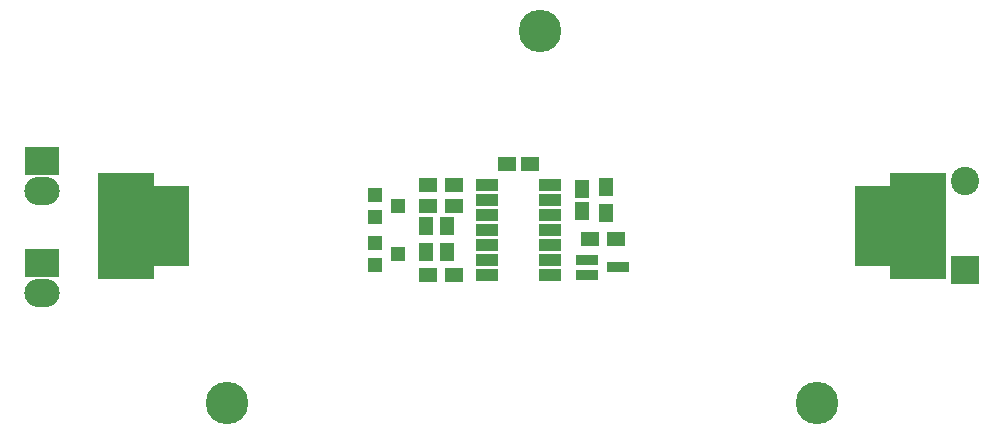
<source format=gts>
G04 #@! TF.FileFunction,Soldermask,Top*
%FSLAX46Y46*%
G04 Gerber Fmt 4.6, Leading zero omitted, Abs format (unit mm)*
G04 Created by KiCad (PCBNEW 4.0.7-e2-6376~58~ubuntu16.04.1) date Tue Sep 12 22:43:55 2017*
%MOMM*%
%LPD*%
G01*
G04 APERTURE LIST*
%ADD10C,0.100000*%
%ADD11R,7.740600X6.750000*%
%ADD12R,4.718000X9.036000*%
%ADD13C,0.908000*%
%ADD14R,2.400000X2.400000*%
%ADD15C,2.400000*%
%ADD16R,1.600000X1.150000*%
%ADD17R,1.150000X1.600000*%
%ADD18R,1.600000X1.300000*%
%ADD19R,1.900000X1.000000*%
%ADD20R,1.300000X1.600000*%
%ADD21R,1.900000X0.850000*%
%ADD22R,1.300000X1.200000*%
%ADD23R,3.000000X2.400000*%
%ADD24O,3.000000X2.400000*%
%ADD25C,3.600000*%
G04 APERTURE END LIST*
D10*
D11*
X173000000Y-94000000D03*
D12*
X174524000Y-94000000D03*
D13*
X173000000Y-94000000D03*
D11*
X109000000Y-94000000D03*
D12*
X107476000Y-94000000D03*
D13*
X109000000Y-94000000D03*
D14*
X178500000Y-97750000D03*
D15*
X178500000Y-90150000D03*
D16*
X141654000Y-88732000D03*
X139754000Y-88732000D03*
D17*
X146038000Y-90830000D03*
X146038000Y-92730000D03*
D18*
X146716000Y-95082000D03*
X148916000Y-95082000D03*
D19*
X138004000Y-90510000D03*
X138004000Y-91780000D03*
X138004000Y-93050000D03*
X138004000Y-94320000D03*
X138004000Y-95590000D03*
X138004000Y-96860000D03*
X138004000Y-98130000D03*
X143404000Y-98130000D03*
X143404000Y-96860000D03*
X143404000Y-95590000D03*
X143404000Y-94320000D03*
X143404000Y-93050000D03*
X143404000Y-91780000D03*
X143404000Y-90510000D03*
D20*
X148070000Y-92880000D03*
X148070000Y-90680000D03*
D21*
X146486000Y-96845000D03*
X146486000Y-98145000D03*
X149146000Y-97495000D03*
D22*
X128528000Y-91338000D03*
X128528000Y-93238000D03*
X130528000Y-92288000D03*
X128528000Y-95402000D03*
X128528000Y-97302000D03*
X130528000Y-96352000D03*
D18*
X133000000Y-90510000D03*
X135200000Y-90510000D03*
X133000000Y-92288000D03*
X135200000Y-92288000D03*
D20*
X134608000Y-96182000D03*
X134608000Y-93982000D03*
X132830000Y-96182000D03*
X132830000Y-93982000D03*
D23*
X100318000Y-88478000D03*
D24*
X100318000Y-91018000D03*
D23*
X100318000Y-97114000D03*
D24*
X100318000Y-99654000D03*
D18*
X135200000Y-98130000D03*
X133000000Y-98130000D03*
D25*
X116000000Y-109000000D03*
X166000000Y-109000000D03*
X142500000Y-77500000D03*
M02*

</source>
